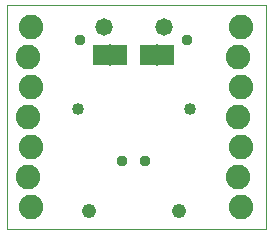
<source format=gbs>
G75*
%MOIN*%
%OFA0B0*%
%FSLAX24Y24*%
%IPPOS*%
%LPD*%
%AMOC8*
5,1,8,0,0,1.08239X$1,22.5*
%
%ADD10C,0.0000*%
%ADD11C,0.0820*%
%ADD12R,0.0540X0.0710*%
%ADD13R,0.0060X0.0720*%
%ADD14C,0.0378*%
%ADD15C,0.0580*%
%ADD16C,0.0400*%
%ADD17C,0.0480*%
D10*
X000100Y000100D02*
X000100Y007580D01*
X008761Y007580D01*
X008761Y000100D01*
X000100Y000100D01*
D11*
X000900Y000850D03*
X000800Y001850D03*
X000900Y002850D03*
X000800Y003850D03*
X000900Y004850D03*
X000800Y005850D03*
X000900Y006850D03*
X007800Y005850D03*
X007900Y004850D03*
X007800Y003850D03*
X007900Y002850D03*
X007800Y001850D03*
X007900Y000850D03*
X007900Y006850D03*
D12*
X005420Y005907D03*
X004820Y005907D03*
X003845Y005907D03*
X003245Y005907D03*
D13*
X003545Y005907D03*
X005120Y005907D03*
D14*
X006104Y006399D03*
X002561Y006399D03*
X003939Y002364D03*
X004726Y002364D03*
D15*
X005350Y006850D03*
X003350Y006850D03*
D16*
X002475Y004100D03*
X006225Y004100D03*
D17*
X005850Y000725D03*
X002850Y000725D03*
M02*

</source>
